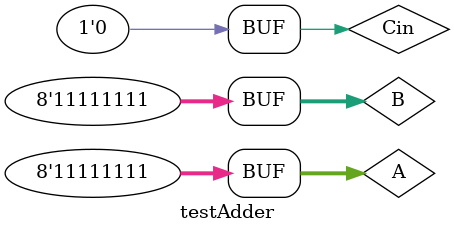
<source format=sv>
module testAdder#(parameter N = 8);

logic [N-1:0]A;
logic [N-1:0]B;
logic Cin;
logic [N-1:0] Suma;
logic Cout;


adder #(N) dut (.a(A), .b(B), .cin(Cin), .s(Suma), .cout(Cout));


initial begin 

#10 A = 8'b11111111;B = 8'b11111111; Cin = 0;
end

endmodule


</source>
